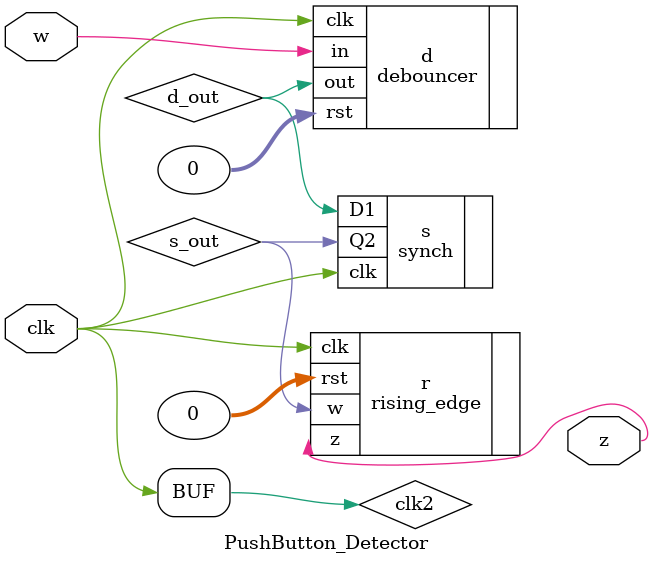
<source format=v>
`timescale 1ns / 1ps

module PushButton_Detector(
input clk, w,output z
    );
    
 wire clk2;
 wire d_out;
 wire s_out;
 
 assign clk2 = clk;
 
 debouncer d(.clk(clk2), .rst(0), .in(w), .out(d_out));
 
 synch s(.clk(clk2), .D1(d_out), .Q2(s_out));
 
 rising_edge r(.clk(clk2), .rst(0), .w(s_out), .z(z));
 
endmodule


</source>
